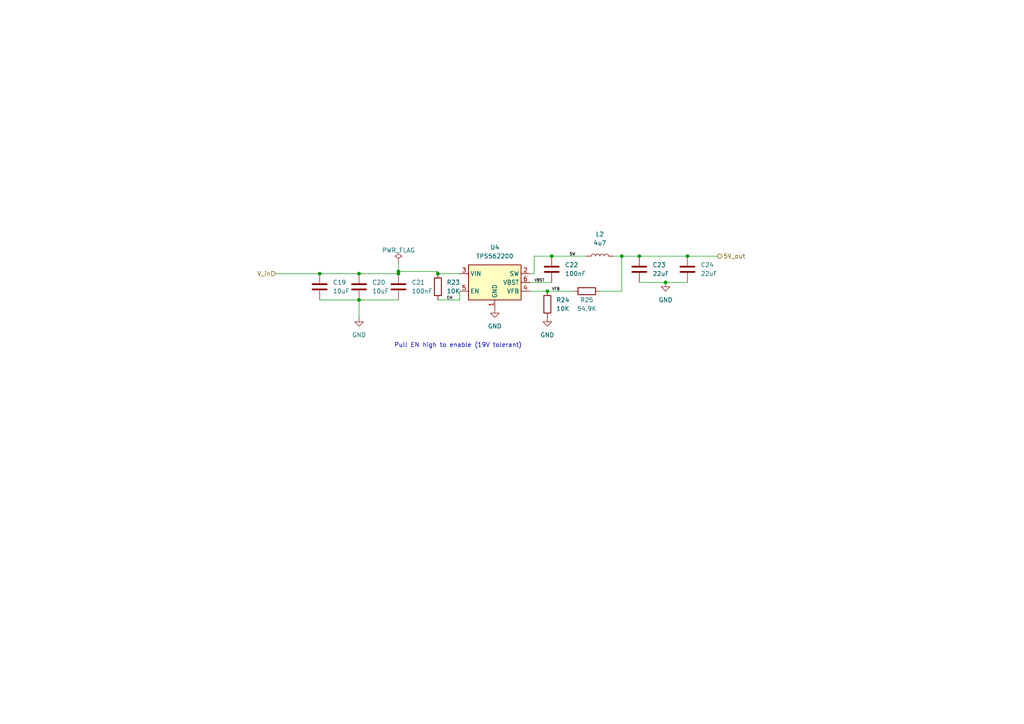
<source format=kicad_sch>
(kicad_sch (version 20211123) (generator eeschema)
  (paper "A4")
  (lib_symbols
    (symbol "Device:C" (pin_numbers hide) (pin_names (offset 0.254))
      (property "Reference" "C" (at 0.635 2.54 0))
      (property "Value" "C" (at 0.635 -2.54 0))
      (symbol "C_0_1"
        (polyline (pts (xy -2.032 -0.762) (xy 2.032 -0.762)) (stroke (width 0.508)))
        (polyline (pts (xy -2.032 0.762) (xy 2.032 0.762)) (stroke (width 0.508)))
      )
      (symbol "C_1_1"
        (pin passive line (at 0 3.81 270) (length 2.794) (name "~") (number "1"))
        (pin passive line (at 0 -3.81 90) (length 2.794) (name "~") (number "2"))
      )
    )
    (symbol "Device:L" (pin_numbers hide) (pin_names (offset 1.016) hide)
      (property "Reference" "L1" (at 0 6.35 90))
      (property "Value" "4u7" (at 0 3.81 90))
      (symbol "L_0_1"
        (arc (start 0 -2.54) (mid 0.635 -1.905) (end 0 -1.27))
        (arc (start 0 -1.27) (mid 0.635 -0.635) (end 0 0))
        (arc (start 0 0) (mid 0.635 0.635) (end 0 1.27))
        (arc (start 0 1.27) (mid 0.635 1.905) (end 0 2.54))
      )
      (symbol "L_1_1"
        (pin passive line (at 0 3.81 270) (length 1.27) (name "1") (number "1"))
        (pin passive line (at 0 -3.81 90) (length 1.27) (name "2") (number "2"))
      )
    )
    (symbol "Device:R" (pin_numbers hide) (pin_names (offset 0))
      (property "Reference" "R" (at 2.032 0 90))
      (property "Value" "R" (at 0 0 90))
      (symbol "R_0_1"
        (rectangle (start -1.016 -2.54) (end 1.016 2.54) (stroke (width 0.254)))
      )
      (symbol "R_1_1"
        (pin passive line (at 0 3.81 270) (length 1.27) (name "~") (number "1"))
        (pin passive line (at 0 -3.81 90) (length 1.27) (name "~") (number "2"))
      )
    )
    (symbol "Regulator_Switching:TPS562200"
      (property "Reference" "U" (at -7.62 6.35 0))
      (property "Value" "TPS562200" (at -2.54 6.35 0))
      (symbol "TPS562200_0_1"
        (rectangle (start -7.62 5.08) (end 7.62 -5.08) (stroke (width 0.254)) (fill (type background)))
      )
      (symbol "TPS562200_1_1"
        (pin power_in line (at 0 -7.62 90) (length 2.54) (name "GND") (number "1"))
        (pin output line (at 10.16 2.54 180) (length 2.54) (name "SW") (number "2"))
        (pin power_in line (at -10.16 2.54 0) (length 2.54) (name "VIN") (number "3"))
        (pin input line (at 10.16 -2.54 180) (length 2.54) (name "VFB") (number "4"))
        (pin input line (at -10.16 -2.54 0) (length 2.54) (name "EN") (number "5"))
        (pin passive line (at 10.16 0 180) (length 2.54) (name "VBST") (number "6"))
      )
    )
    (symbol "power:GND" (power) (pin_names (offset 0))
      (property "Value" "GND" (at 0 -3.81 0))
      (symbol "GND_0_1"
        (polyline (pts (xy 0 0) (xy 0 -1.27) (xy 1.27 -1.27) (xy 0 -2.54) (xy -1.27 -1.27) (xy 0 -1.27)))
      )
      (symbol "GND_1_1"
        (pin power_in line (at 0 0 270) (length 0) hide (name "GND") (number "1"))
      )
    )
    (symbol "power:PWR_FLAG" (power) (pin_numbers hide) (pin_names (offset 0) hide)
      (property "Value" "PWR_FLAG" (at 0 3.81 0))
      (symbol "PWR_FLAG_0_0"
        (pin power_out line (at 0 0 90) (length 0) (name "pwr") (number "1"))
      )
      (symbol "PWR_FLAG_0_1"
        (polyline (pts (xy 0 0) (xy 0 1.27) (xy -1.016 1.905) (xy 0 2.54) (xy 1.016 1.905) (xy 0 1.27)))
      )
    )
  )
  (junction (at 115.57 78.74))
  (junction (at 158.75 84.455))
  (junction (at 104.14 79.375))
  (junction (at 104.14 86.995))
  (junction (at 193.04 81.915))
  (junction (at 199.39 74.295))
  (junction (at 180.34 74.295))
  (junction (at 160.02 74.295))
  (junction (at 185.42 74.295))
  (junction (at 115.57 79.375))
  (junction (at 127 79.375))
  (junction (at 92.71 79.375))
  (wire (pts (xy 133.35 86.995) (xy 133.35 84.455)))
  (wire (pts (xy 127 86.995) (xy 133.35 86.995)))
  (wire (pts (xy 153.67 81.915) (xy 160.02 81.915)))
  (wire (pts (xy 185.42 74.295) (xy 199.39 74.295)))
  (wire (pts (xy 158.75 84.455) (xy 166.37 84.455)))
  (wire (pts (xy 80.01 79.375) (xy 92.71 79.375)))
  (wire (pts (xy 115.57 78.74) (xy 127 78.74)))
  (wire (pts (xy 154.94 74.295) (xy 160.02 74.295)))
  (wire (pts (xy 177.8 74.295) (xy 180.34 74.295)))
  (wire (pts (xy 127 79.375) (xy 133.35 79.375)))
  (wire (pts (xy 185.42 81.915) (xy 193.04 81.915)))
  (wire (pts (xy 153.67 79.375) (xy 154.94 79.375)))
  (wire (pts (xy 104.14 86.995) (xy 104.14 92.075)))
  (wire (pts (xy 153.67 84.455) (xy 158.75 84.455)))
  (wire (pts (xy 154.94 79.375) (xy 154.94 74.295)))
  (wire (pts (xy 92.71 86.995) (xy 104.14 86.995)))
  (wire (pts (xy 160.02 74.295) (xy 170.18 74.295)))
  (wire (pts (xy 104.14 79.375) (xy 115.57 79.375)))
  (wire (pts (xy 193.04 81.915) (xy 199.39 81.915)))
  (wire (pts (xy 199.39 74.295) (xy 208.28 74.295)))
  (wire (pts (xy 127 78.74) (xy 127 79.375)))
  (wire (pts (xy 104.14 86.995) (xy 115.57 86.995)))
  (wire (pts (xy 115.57 76.2) (xy 115.57 78.74)))
  (wire (pts (xy 180.34 84.455) (xy 180.34 74.295)))
  (wire (pts (xy 92.71 79.375) (xy 104.14 79.375)))
  (wire (pts (xy 115.57 78.74) (xy 115.57 79.375)))
  (wire (pts (xy 180.34 74.295) (xy 185.42 74.295)))
  (wire (pts (xy 173.99 84.455) (xy 180.34 84.455)))
  (text "Pull EN high to enable (19V tolerant)\n" (at 114.3 100.965 0) (effects (font (size 1.27 1.27)) (justify left bottom)))
  (label "VBST" (at 154.94 81.915 0) (effects (font (size 0.8 0.8))))
  (label "EN" (at 129.54 86.995 0) (effects (font (size 0.8 0.8))))
  (label "SW" (at 165.1 74.295 0) (effects (font (size 0.8 0.8))))
  (label "VFB" (at 160.02 84.455 0) (effects (font (size 0.8 0.8))))
  (hierarchical_label "5V_out" (shape output) (at 208.28 74.295 0))
  (hierarchical_label "V_in" (shape input) (at 80.01 79.375 180))
  (symbol (lib_id "Device:C") (at 199.39 78.105 0) (unit 1)
    (property "Reference" "C24" (at 203.2 76.8349 0) (effects (justify left)))
    (property "Value" "22uF" (at 203.2 79.3749 0) (effects (justify left)))
    (property "Footprint" "Capacitor_SMD:C_0603_1608Metric_Pad1.08x0.95mm_HandSolder" (effects hide))
  )
  (symbol (lib_id "power:GND") (at 193.04 81.915 0) (unit 1)
    (property "Reference" "#PWR065" (effects hide))
    (property "Value" "GND" (at 193.04 86.995 0))
  )
  (symbol (lib_id "Device:C") (at 185.42 78.105 0) (unit 1)
    (property "Reference" "C23" (at 189.23 76.8349 0) (effects (justify left)))
    (property "Value" "22uF" (at 189.23 79.3749 0) (effects (justify left)))
    (property "Footprint" "Capacitor_SMD:C_0603_1608Metric_Pad1.08x0.95mm_HandSolder" (effects hide))
  )
  (symbol (lib_id "Device:C") (at 92.71 83.185 0) (unit 1)
    (property "Reference" "C19" (at 96.52 81.9149 0) (effects (justify left)))
    (property "Value" "10uF" (at 96.52 84.4549 0) (effects (justify left)))
    (property "Footprint" "Capacitor_SMD:C_0603_1608Metric_Pad1.08x0.95mm_HandSolder" (effects hide))
  )
  (symbol (lib_id "Device:C") (at 104.14 83.185 0) (unit 1)
    (property "Reference" "C20" (at 107.95 81.9149 0) (effects (justify left)))
    (property "Value" "10uF" (at 107.95 84.4549 0) (effects (justify left)))
    (property "Footprint" "Capacitor_SMD:C_0603_1608Metric_Pad1.08x0.95mm_HandSolder" (effects hide))
  )
  (symbol (lib_id "power:PWR_FLAG") (at 115.57 76.2 0) (unit 1)
    (property "Reference" "#FLG04" (effects hide))
    (property "Value" "PWR_FLAG" (at 115.57 72.5955 0))
  )
  (symbol (lib_id "Device:C") (at 115.57 83.185 0) (unit 1)
    (property "Reference" "C21" (at 119.38 81.9149 0) (effects (justify left)))
    (property "Value" "100nF" (at 119.38 84.4549 0) (effects (justify left)))
    (property "Footprint" "Capacitor_SMD:C_0603_1608Metric_Pad1.08x0.95mm_HandSolder" (effects hide))
  )
  (symbol (lib_id "power:GND") (at 143.51 89.535 0) (unit 1)
    (property "Reference" "#PWR063" (effects hide))
    (property "Value" "GND" (at 143.51 94.615 0))
  )
  (symbol (lib_id "Device:R") (at 170.18 84.455 90) (unit 1)
    (property "Reference" "R25" (at 170.18 86.995 90))
    (property "Value" "54.9K" (at 170.18 89.535 90))
    (property "Footprint" "Resistor_SMD:R_0603_1608Metric_Pad0.98x0.95mm_HandSolder" (effects hide))
  )
  (symbol (lib_id "Device:R") (at 127 83.185 0) (unit 1)
    (property "Reference" "R23" (at 129.54 81.9149 0) (effects (justify left)))
    (property "Value" "10K" (at 129.54 84.4549 0) (effects (justify left)))
    (property "Footprint" "Resistor_SMD:R_0603_1608Metric_Pad0.98x0.95mm_HandSolder" (effects hide))
  )
  (symbol (lib_id "power:GND") (at 158.75 92.075 0) (unit 1)
    (property "Reference" "#PWR064" (effects hide))
    (property "Value" "GND" (at 158.75 97.155 0))
  )
  (symbol (lib_id "Regulator_Switching:TPS562200") (at 143.51 81.915 0) (unit 1)
    (property "Reference" "U4" (at 143.51 71.755 0))
    (property "Value" "TPS562200" (at 143.51 74.295 0))
    (property "Footprint" "Package_TO_SOT_SMD:SOT-23-6" (effects hide))
    (property "Datasheet" "http://www.ti.com/lit/ds/symlink/tps563200.pdf" (effects hide))
  )
  (symbol (lib_id "Device:C") (at 160.02 78.105 0) (unit 1)
    (property "Reference" "C22" (at 163.83 76.8349 0) (effects (justify left)))
    (property "Value" "100nF" (at 163.83 79.3749 0) (effects (justify left)))
    (property "Footprint" "Capacitor_SMD:C_0603_1608Metric_Pad1.08x0.95mm_HandSolder" (effects hide))
  )
  (symbol (lib_id "Device:R") (at 158.75 88.265 0) (unit 1)
    (property "Reference" "R24" (at 161.29 86.9949 0) (effects (justify left)))
    (property "Value" "10K" (at 161.29 89.5349 0) (effects (justify left)))
    (property "Footprint" "Resistor_SMD:R_0603_1608Metric_Pad0.98x0.95mm_HandSolder" (effects hide))
  )
  (symbol (lib_id "Device:L") (at 173.99 74.295 90) (unit 1)
    (property "Reference" "L2" (at 173.99 67.945 90))
    (property "Value" "4u7" (at 173.99 70.485 90))
    (property "Footprint" "Inductor_SMD:L_Sunlord_MWSA0518_5.4x5.2mm" (effects hide))
    (property "Datasheet" "https://datasheet.lcsc.com/lcsc/1912111437_Sunlord-MWSA0503S-4R7MT_C408410.pdf" (effects hide))
    (property "Part #" "C408410" (effects hide))
  )
  (symbol (lib_id "power:GND") (at 104.14 92.075 0) (unit 1)
    (property "Reference" "#PWR062" (effects hide))
    (property "Value" "GND" (at 104.14 97.155 0))
  )
)
</source>
